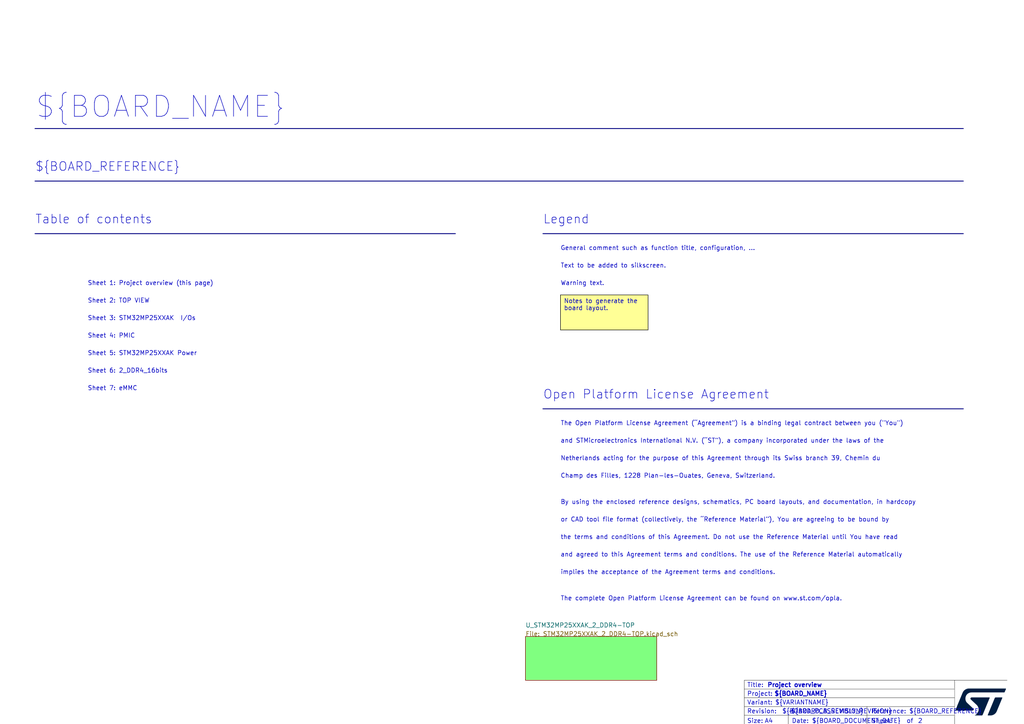
<source format=kicad_sch>
(kicad_sch (version 20250114) (generator "eeschema") (generator_version "9.0")
  (paper "A4")
  (title_block (title "Project overview") (date "Not used") (rev "Not used") (company "STMicroelectronics"))
  (lib_symbols)
  (text "Sheet 5: STM32MP25XXAK Power" (at 25.4 103.3272 0) (effects (font (size 1.27 1.27)) (justify left bottom)))
  (text "Sheet 4: PMIC" (at 25.4 98.2472 0) (effects (font (size 1.27 1.27)) (justify left bottom)))
  (text "Variant:" (at 216.662 204.6732 0) (effects (font (size 1.27 1.27)) (justify left bottom)))
  (text "${BOARD_NAME}" (at 224.536 202.1332 0) (effects (font (size 1.27 1.27) (thickness 0.254) (bold yes)) (justify left bottom)))
  (text "${BOARD_PCB_REVISION}" (at 226.822 207.2132 0) (effects (font (size 1.27 1.27)) (justify left bottom)))
  (text "Revision:" (at 216.662 207.2132 0) (effects (font (size 1.27 1.27)) (justify left bottom)))
  (text "Sheet 2: TOP VIEW" (at 25.4 88.0872 0) (effects (font (size 1.27 1.27)) (justify left bottom)))
  (text "Sheet 7: eMMC" (at 25.4 113.4872 0) (effects (font (size 1.27 1.27)) (justify left bottom)))
  (text "Table of contents" (at 10.16 65.2272 0) (effects (font (size 2.54 2.54)) (justify left bottom)))
  (text "-" (at 228.6 207.2132 0) (effects (font (size 1.27 1.27)) (justify left bottom)))
  (text "${BOARD_ASSEMBLY_REVISION}" (at 229.362 207.2132 0) (effects (font (size 1.27 1.27)) (justify left bottom)))
  (text "${#}" (at 259.588 210.0072 0) (effects (font (size 1.27 1.27)) (justify left bottom)))
  (text "Sheet 6: 2_DDR4_16bits" (at 25.4 108.4072 0) (effects (font (size 1.27 1.27)) (justify left bottom)))
  (text "Sheet 3: STM32MP25XXAK  I/Os" (at 25.4 93.1672 0) (effects (font (size 1.27 1.27)) (justify left bottom)))
  (text "Sheet:" (at 252.73 210.0072 0) (effects (font (size 1.27 1.27)) (justify left bottom)))
  (text "${VARIANTNAME}" (at 224.79 204.6732 0) (effects (font (size 1.27 1.27)) (justify left bottom)))
  (text "Netherlands acting for the purpose of this Agreement through its Swiss branch 39, Chemin du" (at 162.56 133.8072 0) (effects (font (size 1.27 1.27)) (justify left bottom)))
  (text "The complete Open Platform License Agreement can be found on www.st.com/opla." (at 162.56 174.4472 0) (effects (font (size 1.27 1.27)) (justify left bottom)))
  (text "${BOARD_REFERENCE}" (at 10.16 49.9872 0) (effects (font (size 2.54 2.54)) (justify left bottom)))
  (text "Legend" (at 157.48 65.2272 0) (effects (font (size 2.54 2.54)) (justify left bottom)))
  (text "Open Platform License Agreement" (at 157.48 116.0272 0) (effects (font (size 2.54 2.54)) (justify left bottom)))
  (text "Sheet 1: Project overview (this page)" (at 25.4 83.0072 0) (effects (font (size 1.27 1.27)) (justify left bottom)))
  (text "or CAD tool file format (collectively, the “Reference Material”), You are agreeing to be bound by" (at 162.56 151.5872 0) (effects (font (size 1.27 1.27)) (justify left bottom)))
  (text "${BOARD_NAME}" (at 10.16 34.7472 0) (effects (font (size 6.096 6.096)) (justify left bottom)))
  (text "${TITLE}" (at 222.504 199.5932 0) (effects (font (size 1.27 1.27) (thickness 0.254) (bold yes)) (justify left bottom)))
  (text "Champ des Filles, 1228 Plan-les-Ouates, Geneva, Switzerland." (at 162.56 138.8872 0) (effects (font (size 1.27 1.27)) (justify left bottom)))
  (text "the terms and conditions of this Agreement. Do not use the Reference Material until You have read" (at 162.56 156.6672 0) (effects (font (size 1.27 1.27)) (justify left bottom)))
  (text "By using the enclosed reference designs, schematics, PC board layouts, and documentation, in hardcopy" (at 162.56 146.5072 0) (effects (font (size 1.27 1.27)) (justify left bottom)))
  (text "and agreed to this Agreement terms and conditions. The use of the Reference Material automatically" (at 162.56 161.7472 0) (effects (font (size 1.27 1.27)) (justify left bottom)))
  (text "of" (at 262.89 210.0072 0) (effects (font (size 1.27 1.27)) (justify left bottom)))
  (text "Warning text." (at 162.56 83.0072 0) (effects (font (size 1.27 1.27)) (justify left bottom)))
  (text "Title:" (at 216.662 199.5932 0) (effects (font (size 1.27 1.27)) (justify left bottom)))
  (text "Size:" (at 216.662 210.0072 0) (effects (font (size 1.27 1.27)) (justify left bottom)))
  (text "Text to be added to silkscreen." (at 162.56 77.9272 0) (effects (font (size 1.27 1.27)) (justify left bottom)))
  (text "Project:" (at 216.662 202.1332 0) (effects (font (size 1.27 1.27)) (justify left bottom)))
  (text "General comment such as function title, configuration, ..." (at 162.56 72.8472 0) (effects (font (size 1.27 1.27)) (justify left bottom)))
  (text "Reference:" (at 252.73 207.2132 0) (effects (font (size 1.27 1.27)) (justify left bottom)))
  (text "${##}" (at 266.192 210.0072 0) (effects (font (size 1.27 1.27)) (justify left bottom)))
  (text "The Open Platform License Agreement (“Agreement”) is a binding legal contract between you (\"You\")" (at 162.56 123.6472 0) (effects (font (size 1.27 1.27)) (justify left bottom)))
  (text "Date:" (at 229.616 210.0072 0) (effects (font (size 1.27 1.27)) (justify left bottom)))
  (text "implies the acceptance of the Agreement terms and conditions." (at 162.56 166.8272 0) (effects (font (size 1.27 1.27)) (justify left bottom)))
  (text "${BOARD_REFERENCE}" (at 263.652 207.2132 0) (effects (font (size 1.27 1.27)) (justify left bottom)))
  (text "${BOARD_DOCUMENT_DATE}" (at 235.458 210.0072 0) (effects (font (size 1.27 1.27)) (justify left bottom)))
  (text "A4" (at 221.742 210.0072 0) (effects (font (size 1.27 1.27)) (justify left bottom)))
  (text "and STMicroelectronics International N.V. (“ST”), a company incorporated under the laws of the" (at 162.56 128.7272 0) (effects (font (size 1.27 1.27)) (justify left bottom)))
  (text_box "Notes to generate the board layout." (at 187.96 85.5472 0) (size -25.4 10.16) (margins 0.9525 0.9525 0.9525 0.9525) (stroke (width 0) (color 0 0 0 1)) (fill (type color) (color 255 255 150 1)) (effects (font (size 1.27 1.27)) (justify left top)))
  (polyline (pts (xy 215.9 197.3072) (xy 215.9 210.0072)) (stroke (width 0.0254) (type solid) (color 0 0 0 1)))
  (polyline (pts (xy 251.46 204.9272) (xy 251.46 210.0072)) (stroke (width 0.0254) (type solid) (color 0 0 0 1)))
  (polyline (pts (xy 10.16 67.7672) (xy 132.08 67.7672)) (stroke (width 0.254) (type solid) (color 0 0 128 1)))
  (polyline (pts (xy 276.86 197.3072) (xy 276.86 210.0072)) (stroke (width 0.0254) (type solid) (color 0 0 0 1)))
  (polyline (pts (xy 292.1 197.3072) (xy 215.9 197.3072)) (stroke (width 0.0254) (type solid) (color 0 0 0 1)))
  (polyline (pts (xy 276.86 199.8472) (xy 215.9 199.8472)) (stroke (width 0.0254) (type solid) (color 0 0 0 1)))
  (polyline (pts (xy 215.9 207.4672) (xy 276.86 207.4672)) (stroke (width 0.0254) (type solid) (color 0 0 0 1)))
  (polyline (pts (xy 10.16 37.2872) (xy 279.4 37.2872)) (stroke (width 0.254) (type solid) (color 0 0 128 1)))
  (polyline (pts (xy 228.6 207.4672) (xy 228.6 210.0072)) (stroke (width 0.0254) (type solid) (color 0 0 0 1)))
  (polyline (pts (xy 215.9 204.9272) (xy 276.86 204.9272)) (stroke (width 0.0254) (type solid) (color 0 0 0 1)))
  (polyline (pts (xy 157.48 118.5672) (xy 279.4 118.5672)) (stroke (width 0.254) (type solid) (color 0 0 128 1)))
  (polyline (pts (xy 10.16 52.5272) (xy 279.4 52.5272)) (stroke (width 0.254) (type solid) (color 0 0 128 1)))
  (polyline (pts (xy 157.48 67.7672) (xy 279.4 67.7672)) (stroke (width 0.254) (type solid) (color 0 0 128 1)))
  (polyline (pts (xy 215.9 202.3872) (xy 276.86 202.3872)) (stroke (width 0.0254) (type solid) (color 0 0 0 1)))
  (image (at 284.442 203.6397) (scale 0.137898))
  (sheet (at 152.4 184.6072) (size 38.1 12.7) (stroke (width 0) (color 128 0 0 1)) (fill (color 128 255 128 1.0000))
    (property "Sheetname" "U_STM32MP25XXAK_2_DDR4-TOP" (at 152.4 182.0672 0) (effects (justify left bottom)))
    (property "Sheetfile" "STM32MP25XXAK_2_DDR4-TOP.kicad_sch" (at 152.4 184.6072 0) (effects (justify left bottom)))
  )
)
</source>
